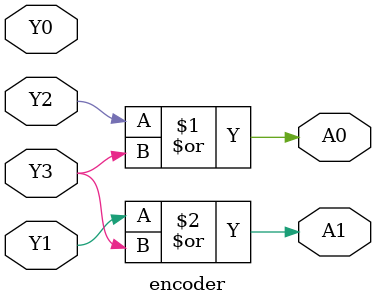
<source format=v>
module encoder(Y0,Y1,Y2,Y3,A0,A1);
    output A0,A1;
    input Y0,Y1,Y2,Y3;

    assign A0 = Y2|Y3;
    assign A1 = Y1|Y3;

endmodule
</source>
